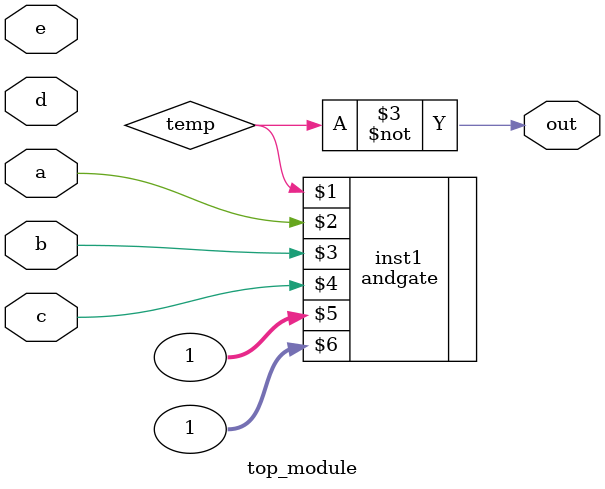
<source format=v>
module top_module (input a, input b, input c,input d, input e, output out);//
	wire temp;
    andgate inst1 (temp, a, b, c, 1, 1 );
	assign out = ~temp;
    
endmodule

</source>
